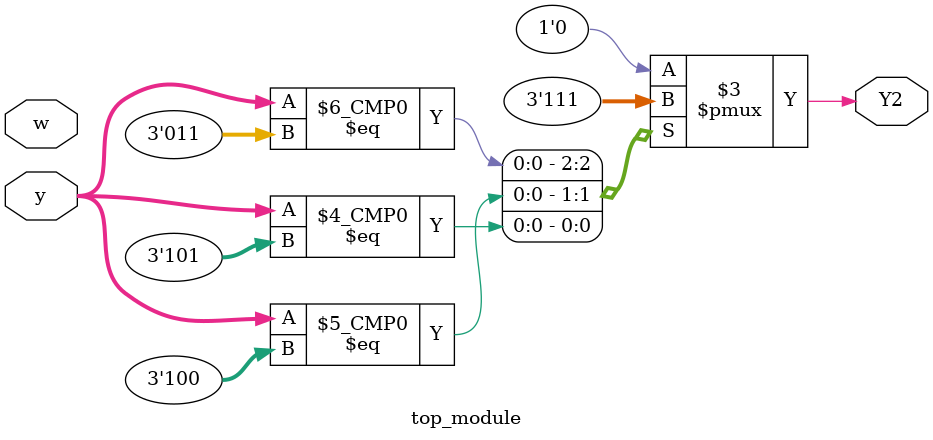
<source format=sv>
module top_module(
    input [3:1] y,
    input w,
    output reg Y2);

    // Define the states
    parameter A = 3'b000;
    parameter B = 3'b001;
    parameter C = 3'b010;
    parameter D = 3'b011;
    parameter E = 3'b100;
    parameter F = 3'b101;

    always @(*) begin
        case (y)
            A: Y2 = 1'b0;
            B: Y2 = 1'b0; // Output for state B
            C: Y2 = 1'b0; // Output for state C
            D: Y2 = 1'b1; // Output for state D
            E: Y2 = 1'b1; // Output for state E
            F: Y2 = 1'b1; // Output for state F
            default: Y2 = 1'b0; // default case should never be hit
        endcase
    end

endmodule

</source>
